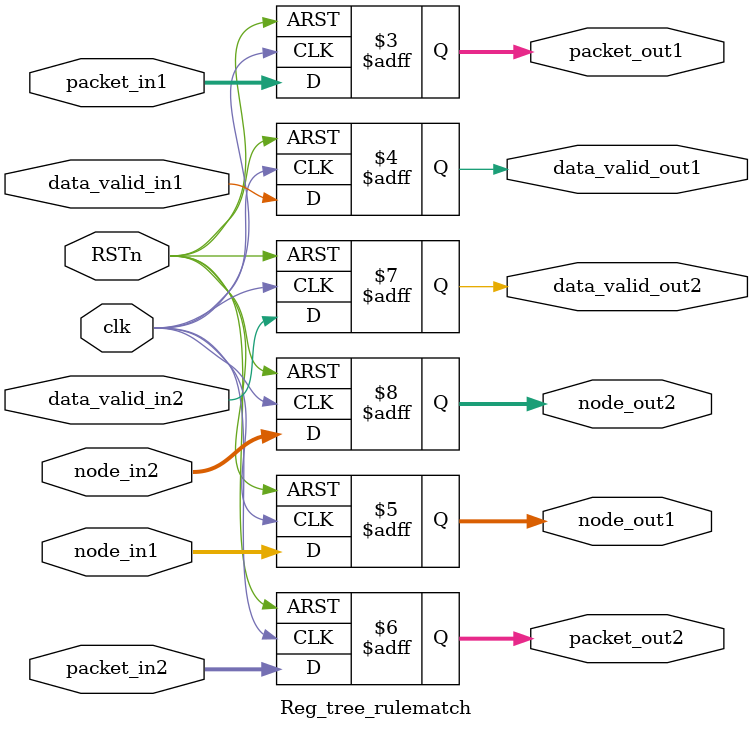
<source format=v>
`timescale 1ns / 1ps

module Reg_tree_rulematch #(
    // the width of packet header and node
    parameter   PACKET_WIDTH = 104,
    parameter   NODE_WIDTH = 40
)

(
    //reset and clock
    input   clk,
    input   RSTn,
    
    //input from last stage 
    input wire [PACKET_WIDTH-1:0]    packet_in1,
    input wire                       data_valid_in1,
    input wire [NODE_WIDTH-1:0]      node_in1,
    
    input wire [PACKET_WIDTH-1:0]    packet_in2,
    input wire                       data_valid_in2,
    input wire [NODE_WIDTH-1:0]      node_in2,
 
    
    //output to the node in level2 of tree 
    output reg [PACKET_WIDTH-1:0]    packet_out1,
    output reg                       data_valid_out1,
    output reg [NODE_WIDTH-1:0]      node_out1,
    
    output reg [PACKET_WIDTH-1:0]    packet_out2,
    output reg                       data_valid_out2,
    output reg [NODE_WIDTH-1:0]      node_out2
    
    );
    
    // handle the first packet
    always@(posedge clk or negedge RSTn)    begin
        if(!RSTn)   begin
            packet_out1 <= 104'b0;
            data_valid_out1 <= 1'b0;
            node_out1 <= 40'b0;
            packet_out2 <= 104'b0;
            data_valid_out2 <= 1'b0;
            node_out2 <= 40'b0;
        end else begin
            packet_out1 <= packet_in1;
            data_valid_out1 <= data_valid_in1;
            node_out1 <= node_in1;
            packet_out2 <= packet_in2;
            data_valid_out2 <= data_valid_in2;
            node_out2 <= node_in2;
        end
    end
    
    
 endmodule

</source>
